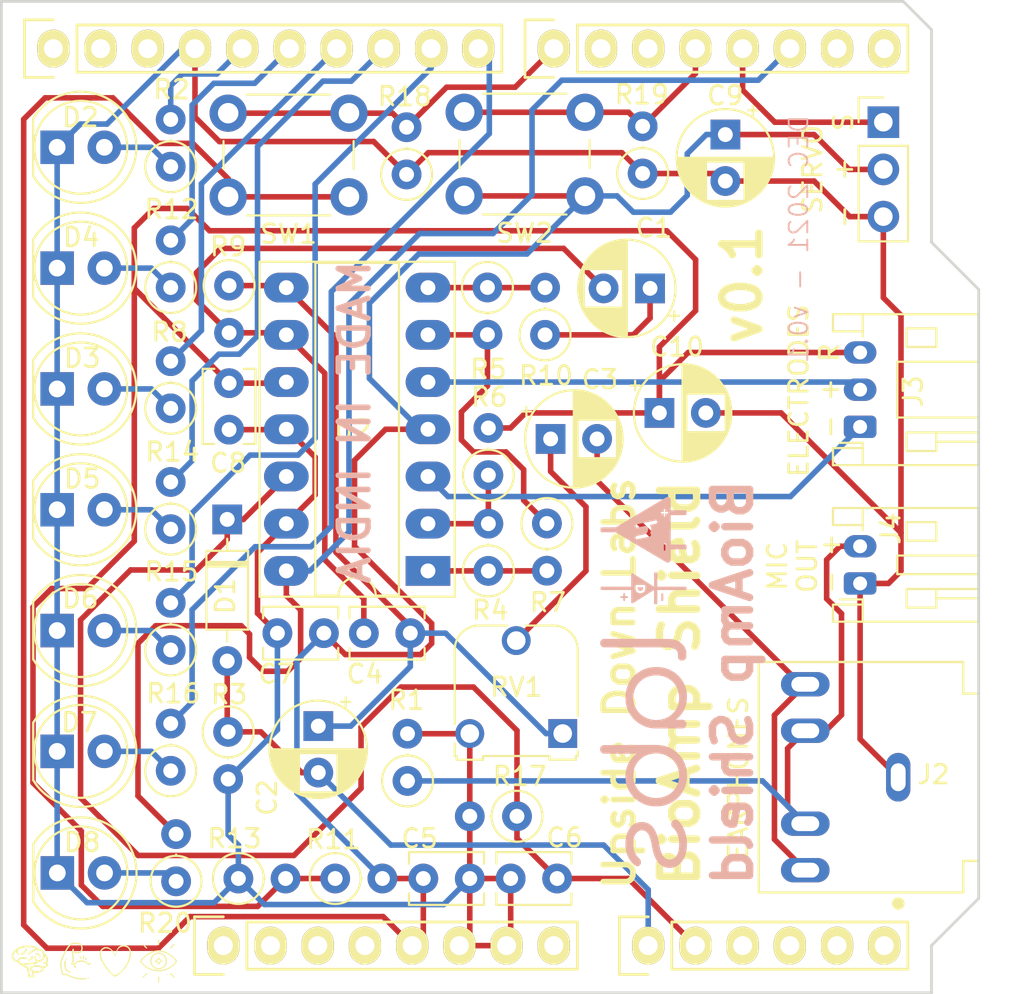
<source format=kicad_pcb>
(kicad_pcb (version 20171130) (host pcbnew 5.1.10-1.fc32)
  (title_block (date "lun. 30 mars 2015"))
  (layers (0 F.Cu signal) (31 B.Cu signal) (34 B.Paste user) (35 F.Paste user) (36 B.SilkS user) (37 F.SilkS user) (38 B.Mask user) (39 F.Mask user) (44 Edge.Cuts user))
  (net 0 "")
  (net 1 +5V)
  (net 2 GND)
  (net 3 "/A4(SDA)")
  (net 4 "/A5(SCL)")
  (net 5 "/9(**)")
  (net 6 /8)
  (net 7 /7)
  (net 8 /4)
  (net 9 "/13(SCK)")
  (net 10 "/10(**/SS)")
  (net 11 "/12(MISO)")
  (net 12 "/11(**/MOSI)")
  (net 13 "Net-(C1-Pad2)")
  (net 14 "Net-(C1-Pad1)")
  (net 15 analogOUT)
  (net 16 ampRef)
  (net 17 "Net-(D2-Pad2)")
  (net 18 "Net-(D3-Pad2)")
  (net 19 "Net-(D4-Pad2)")
  (net 20 "Net-(D5-Pad2)")
  (net 21 "Net-(D6-Pad2)")
  (net 22 "Net-(D7-Pad2)")
  (net 23 IN+)
  (net 24 IN-)
  (net 25 "Net-(R4-Pad2)")
  (net 26 "Net-(R4-Pad1)")
  (net 27 "Net-(R5-Pad2)")
  (net 28 inaOUT)
  (net 29 "Net-(C2-Pad1)")
  (net 30 micOUT)
  (net 31 audioOUT)
  (net 32 "Net-(C3-Pad1)")
  (net 33 envelopOUT)
  (net 34 "Net-(D8-Pad2)")
  (net 35 "/3(**)")
  (net 36 digitalOUT)
  (module udlabs:EXG (layer F.Cu) (at 131.998 125.715)
    (fp_text reference G*** hide)
    (fp_text value LOGO hide)
  )
  (module udlabs:UpsideDownLabs-LOGO-20x4 (layer B.Cu) (at 161.548 109.665 270)
    (fp_text reference G*** hide)
    (fp_text value LOGO hide)
  )
  (module Resistor_THT:R_Axial_DIN0207_L6.3mm_D2.5mm_P2.54mm_Vertical (layer F.Cu) (at 136.398 120.365 90)
    (fp_text reference R20 (at -2.25 -0.6 180) (layer F.SilkS))
    (fp_text value 1K)
    (pad 2 thru_hole oval (at 2.54 0 90) (size 1.6 1.6) (drill 0.8) (layers *.Cu *.Mask) (net 36 digitalOUT))
    (pad 1 thru_hole circle (at 0 0 90) (size 1.6 1.6) (drill 0.8) (layers *.Cu *.Mask) (net 34 "Net-(D8-Pad2)"))
  )
  (module LED_THT:LED_D5.0mm (layer F.Cu) (at 130.008 119.915)
    (fp_text reference D8 (at 1.34 -1.65) (layer F.SilkS))
    (fp_text value LED)
    (pad 2 thru_hole circle (at 2.54 0) (size 1.8 1.8) (drill 0.9) (layers *.Cu *.Mask) (net 34 "Net-(D8-Pad2)"))
    (pad 1 thru_hole rect (at 0 0) (size 1.8 1.8) (drill 0.9) (layers *.Cu *.Mask) (net 2 GND))
  )
  (module Resistor_THT:R_Axial_DIN0207_L6.3mm_D2.5mm_P2.54mm_Vertical (layer F.Cu) (at 154.738 116.865 180)
    (fp_text reference R17 (at -0.15 2.15) (layer F.SilkS))
    (fp_text value 1M)
    (pad 2 thru_hole oval (at 2.54 0 180) (size 1.6 1.6) (drill 0.8) (layers *.Cu *.Mask) (net 2 GND))
    (pad 1 thru_hole circle (at 0 0 180) (size 1.6 1.6) (drill 0.8) (layers *.Cu *.Mask) (net 33 envelopOUT))
  )
  (module Resistor_THT:R_Axial_DIN0207_L6.3mm_D2.5mm_P2.54mm_Vertical (layer F.Cu) (at 139.198 112.325 270)
    (fp_text reference R3 (at -2.01 -0.05 180) (layer F.SilkS))
    (fp_text value 100k)
    (pad 2 thru_hole oval (at 2.54 0 270) (size 1.6 1.6) (drill 0.8) (layers *.Cu *.Mask) (net 2 GND))
    (pad 1 thru_hole circle (at 0 0 270) (size 1.6 1.6) (drill 0.8) (layers *.Cu *.Mask) (net 15 analogOUT))
  )
  (module Diode_THT:D_DO-35_SOD27_P7.62mm_Horizontal (layer F.Cu) (at 139.148 100.895 270)
    (fp_text reference D1 (at 4.12 0.1 90) (layer F.SilkS))
    (fp_text value D)
    (pad 2 thru_hole oval (at 7.62 0 270) (size 1.6 1.6) (drill 0.8) (layers *.Cu *.Mask) (net 15 analogOUT))
    (pad 1 thru_hole rect (at 0 0 270) (size 1.6 1.6) (drill 0.8) (layers *.Cu *.Mask) (net 33 envelopOUT))
  )
  (module Capacitor_THT:CP_Radial_D5.0mm_P2.50mm (layer F.Cu) (at 162.398 95.165)
    (fp_text reference C10 (at 0.95 -3.55) (layer F.SilkS))
    (fp_text value CP)
    (pad 2 thru_hole circle (at 2.5 0) (size 1.6 1.6) (drill 0.8) (layers *.Cu *.Mask) (net 2 GND))
    (pad 1 thru_hole rect (at 0 0) (size 1.6 1.6) (drill 0.8) (layers *.Cu *.Mask) (net 16 ampRef))
  )
  (module Capacitor_THT:C_Disc_D3.8mm_W2.6mm_P2.50mm (layer F.Cu) (at 154.398 120.215)
    (fp_text reference C6 (at 2.9 -2.2) (layer F.SilkS))
    (fp_text value 47nF)
    (pad 2 thru_hole circle (at 2.5 0) (size 1.6 1.6) (drill 0.8) (layers *.Cu *.Mask) (net 33 envelopOUT))
    (pad 1 thru_hole circle (at 0 0) (size 1.6 1.6) (drill 0.8) (layers *.Cu *.Mask) (net 2 GND))
  )
  (module Capacitor_THT:CP_Radial_D5.0mm_P2.50mm (layer F.Cu) (at 156.548 96.565)
    (fp_text reference C3 (at 2.65 -3.2) (layer F.SilkS))
    (fp_text value CP)
    (pad 2 thru_hole circle (at 2.5 0) (size 1.6 1.6) (drill 0.8) (layers *.Cu *.Mask) (net 31 audioOUT))
    (pad 1 thru_hole rect (at 0 0) (size 1.6 1.6) (drill 0.8) (layers *.Cu *.Mask) (net 32 "Net-(C3-Pad1)"))
  )
  (module Resistor_THT:R_Axial_DIN0207_L6.3mm_D2.5mm_P2.54mm_Vertical (layer F.Cu) (at 161.498 82.285 90)
    (fp_text reference R19 (at 4.245 -0.05 180) (layer F.SilkS))
    (fp_text value 1M)
    (pad 1 thru_hole circle (at 0 0 90) (size 1.6 1.6) (drill 0.8) (layers *.Cu *.Mask) (net 2 GND))
    (pad 2 thru_hole oval (at 2.54 0 90) (size 1.6 1.6) (drill 0.8) (layers *.Cu *.Mask) (net 8 /4))
  )
  (module Resistor_THT:R_Axial_DIN0207_L6.3mm_D2.5mm_P2.54mm_Vertical (layer F.Cu) (at 148.798 82.335 90)
    (fp_text reference R18 (at 4.195 -0.1 180) (layer F.SilkS))
    (fp_text value 1M)
    (pad 2 thru_hole oval (at 2.54 0 90) (size 1.6 1.6) (drill 0.8) (layers *.Cu *.Mask) (net 7 /7))
    (pad 1 thru_hole circle (at 0 0 90) (size 1.6 1.6) (drill 0.8) (layers *.Cu *.Mask) (net 2 GND))
  )
  (module Resistor_THT:R_Axial_DIN0207_L6.3mm_D2.5mm_P2.54mm_Vertical (layer F.Cu) (at 136.108 114.42 90)
    (fp_text reference R16 (at 4.155 0.14 180) (layer F.SilkS))
    (fp_text value 1K)
    (pad 2 thru_hole oval (at 2.54 0 90) (size 1.6 1.6) (drill 0.8) (layers *.Cu *.Mask) (net 6 /8))
    (pad 1 thru_hole circle (at 0 0 90) (size 1.6 1.6) (drill 0.8) (layers *.Cu *.Mask) (net 22 "Net-(D7-Pad2)"))
  )
  (module Resistor_THT:R_Axial_DIN0207_L6.3mm_D2.5mm_P2.54mm_Vertical (layer F.Cu) (at 136.108 107.92 90)
    (fp_text reference R15 (at 4.205 0.04 180) (layer F.SilkS))
    (fp_text value 1K)
    (pad 2 thru_hole oval (at 2.54 0 90) (size 1.6 1.6) (drill 0.8) (layers *.Cu *.Mask) (net 5 "/9(**)"))
    (pad 1 thru_hole circle (at 0 0 90) (size 1.6 1.6) (drill 0.8) (layers *.Cu *.Mask) (net 21 "Net-(D6-Pad2)"))
  )
  (module Resistor_THT:R_Axial_DIN0207_L6.3mm_D2.5mm_P2.54mm_Vertical (layer F.Cu) (at 136.108 101.42 90)
    (fp_text reference R14 (at 4.155 0.09 180) (layer F.SilkS))
    (fp_text value 1K)
    (pad 2 thru_hole oval (at 2.54 0 90) (size 1.6 1.6) (drill 0.8) (layers *.Cu *.Mask) (net 10 "/10(**/SS)"))
    (pad 1 thru_hole circle (at 0 0 90) (size 1.6 1.6) (drill 0.8) (layers *.Cu *.Mask) (net 20 "Net-(D5-Pad2)"))
  )
  (module Resistor_THT:R_Axial_DIN0207_L6.3mm_D2.5mm_P2.54mm_Vertical (layer F.Cu) (at 139.748 120.215)
    (fp_text reference R13 (at -0.21 -2.15) (layer F.SilkS))
    (fp_text value 1K)
    (pad 2 thru_hole oval (at 2.54 0) (size 1.6 1.6) (drill 0.8) (layers *.Cu *.Mask) (net 16 ampRef))
    (pad 1 thru_hole circle (at 0 0) (size 1.6 1.6) (drill 0.8) (layers *.Cu *.Mask) (net 2 GND))
  )
  (module Resistor_THT:R_Axial_DIN0207_L6.3mm_D2.5mm_P2.54mm_Vertical (layer F.Cu) (at 136.108 88.42 90)
    (fp_text reference R12 (at 4.205 0.04 180) (layer F.SilkS))
    (fp_text value 1K)
    (pad 2 thru_hole oval (at 2.54 0 90) (size 1.6 1.6) (drill 0.8) (layers *.Cu *.Mask) (net 11 "/12(MISO)"))
    (pad 1 thru_hole circle (at 0 0 90) (size 1.6 1.6) (drill 0.8) (layers *.Cu *.Mask) (net 19 "Net-(D4-Pad2)"))
  )
  (module Resistor_THT:R_Axial_DIN0207_L6.3mm_D2.5mm_P2.54mm_Vertical (layer F.Cu) (at 144.958 120.215)
    (fp_text reference R11 (at -0.11 -2.1) (layer F.SilkS))
    (fp_text value 1K)
    (pad 2 thru_hole oval (at 2.54 0) (size 1.6 1.6) (drill 0.8) (layers *.Cu *.Mask) (net 1 +5V))
    (pad 1 thru_hole circle (at 0 0) (size 1.6 1.6) (drill 0.8) (layers *.Cu *.Mask) (net 16 ampRef))
  )
  (module Resistor_THT:R_Axial_DIN0207_L6.3mm_D2.5mm_P2.54mm_Vertical (layer F.Cu) (at 156.248 90.965 90)
    (fp_text reference R10 (at -2.2 0.05 180) (layer F.SilkS))
    (fp_text value 1K)
    (pad 2 thru_hole oval (at 2.54 0 90) (size 1.6 1.6) (drill 0.8) (layers *.Cu *.Mask) (net 28 inaOUT))
    (pad 1 thru_hole circle (at 0 0 90) (size 1.6 1.6) (drill 0.8) (layers *.Cu *.Mask) (net 14 "Net-(C1-Pad1)"))
  )
  (module Resistor_THT:R_Axial_DIN0207_L6.3mm_D2.5mm_P2.54mm_Vertical (layer F.Cu) (at 139.248 88.315 270)
    (fp_text reference R9 (at -2.1 0.05 180) (layer F.SilkS))
    (fp_text value 1M)
    (pad 2 thru_hole oval (at 2.54 0 270) (size 1.6 1.6) (drill 0.8) (layers *.Cu *.Mask) (net 13 "Net-(C1-Pad2)"))
    (pad 1 thru_hole circle (at 0 0 270) (size 1.6 1.6) (drill 0.8) (layers *.Cu *.Mask) (net 29 "Net-(C2-Pad1)"))
  )
  (module Resistor_THT:R_Axial_DIN0207_L6.3mm_D2.5mm_P2.54mm_Vertical (layer F.Cu) (at 136.108 94.92 90)
    (fp_text reference R8 (at 4.105 -0.06 180) (layer F.SilkS))
    (fp_text value 1K)
    (pad 2 thru_hole oval (at 2.54 0 90) (size 1.6 1.6) (drill 0.8) (layers *.Cu *.Mask) (net 12 "/11(**/MOSI)"))
    (pad 1 thru_hole circle (at 0 0 90) (size 1.6 1.6) (drill 0.8) (layers *.Cu *.Mask) (net 18 "Net-(D3-Pad2)"))
  )
  (module Resistor_THT:R_Axial_DIN0207_L6.3mm_D2.5mm_P2.54mm_Vertical (layer F.Cu) (at 156.348 101.115 270)
    (fp_text reference R7 (at 4.25 -0.05 180) (layer F.SilkS))
    (fp_text value 1K)
    (pad 2 thru_hole oval (at 2.54 0 270) (size 1.6 1.6) (drill 0.8) (layers *.Cu *.Mask) (net 26 "Net-(R4-Pad1)"))
    (pad 1 thru_hole circle (at 0 0 270) (size 1.6 1.6) (drill 0.8) (layers *.Cu *.Mask) (net 27 "Net-(R5-Pad2)"))
  )
  (module Resistor_THT:R_Axial_DIN0207_L6.3mm_D2.5mm_P2.54mm_Vertical (layer F.Cu) (at 153.198 98.515 90)
    (fp_text reference R6 (at 4.2 0.05 180) (layer F.SilkS))
    (fp_text value 10K)
    (pad 2 thru_hole oval (at 2.54 0 90) (size 1.6 1.6) (drill 0.8) (layers *.Cu *.Mask) (net 16 ampRef))
    (pad 1 thru_hole circle (at 0 0 90) (size 1.6 1.6) (drill 0.8) (layers *.Cu *.Mask) (net 25 "Net-(R4-Pad2)"))
  )
  (module Resistor_THT:R_Axial_DIN0207_L6.3mm_D2.5mm_P2.54mm_Vertical (layer F.Cu) (at 153.148 88.415 270)
    (fp_text reference R5 (at 4.4 -0.05 180) (layer F.SilkS))
    (fp_text value 10K)
    (pad 2 thru_hole oval (at 2.54 0 270) (size 1.6 1.6) (drill 0.8) (layers *.Cu *.Mask) (net 27 "Net-(R5-Pad2)"))
    (pad 1 thru_hole circle (at 0 0 270) (size 1.6 1.6) (drill 0.8) (layers *.Cu *.Mask) (net 28 inaOUT))
  )
  (module Resistor_THT:R_Axial_DIN0207_L6.3mm_D2.5mm_P2.54mm_Vertical (layer F.Cu) (at 153.198 103.665 90)
    (fp_text reference R4 (at -2.11 0.1 180) (layer F.SilkS))
    (fp_text value 1K)
    (pad 2 thru_hole oval (at 2.54 0 90) (size 1.6 1.6) (drill 0.8) (layers *.Cu *.Mask) (net 25 "Net-(R4-Pad2)"))
    (pad 1 thru_hole circle (at 0 0 90) (size 1.6 1.6) (drill 0.8) (layers *.Cu *.Mask) (net 26 "Net-(R4-Pad1)"))
  )
  (module Resistor_THT:R_Axial_DIN0207_L6.3mm_D2.5mm_P2.54mm_Vertical (layer F.Cu) (at 136.108 81.92 90)
    (fp_text reference R2 (at 4.155 0.04 180) (layer F.SilkS))
    (fp_text value 1K)
    (pad 2 thru_hole oval (at 2.54 0 90) (size 1.6 1.6) (drill 0.8) (layers *.Cu *.Mask) (net 9 "/13(SCK)"))
    (pad 1 thru_hole circle (at 0 0 90) (size 1.6 1.6) (drill 0.8) (layers *.Cu *.Mask) (net 17 "Net-(D2-Pad2)"))
  )
  (module Resistor_THT:R_Axial_DIN0207_L6.3mm_D2.5mm_P2.54mm_Vertical (layer F.Cu) (at 148.848 114.965 90)
    (fp_text reference R1 (at 4.35 -0.05 180) (layer F.SilkS))
    (fp_text value 10k)
    (pad 2 thru_hole oval (at 2.54 0 90) (size 1.6 1.6) (drill 0.8) (layers *.Cu *.Mask) (net 2 GND))
    (pad 1 thru_hole circle (at 0 0 90) (size 1.6 1.6) (drill 0.8) (layers *.Cu *.Mask) (net 30 micOUT))
  )
  (module udlabs:CUI_SJ1-3525N (layer F.Cu) (at 175.248 114.765 180)
    (fp_text reference J2 (at -1.9 0.15 180) (layer F.SilkS) (effects (font (size 1.000457 1.000457))))
    (fp_text value SJ1-3525N)
    (pad None np_thru_hole circle (at 0 5 180) (size 1.2 1.2) (drill 1.2) (layers *.Cu *.Mask))
    (pad None np_thru_hole circle (at -2.5 5 180) (size 1.2 1.2) (drill 1.2) (layers *.Cu *.Mask))
    (pad None np_thru_hole circle (at 5 0 180) (size 1.2 1.2) (drill 1.2) (layers *.Cu *.Mask))
    (pad None np_thru_hole circle (at 0 -5 180) (size 1.2 1.2) (drill 1.2) (layers *.Cu *.Mask))
    (pad None np_thru_hole circle (at -2.5 -5 180) (size 1.2 1.2) (drill 1.2) (layers *.Cu *.Mask))
    (pad 3 thru_hole oval (at 5 -5 180) (size 2.616 1.308) (drill oval 1.5 0.8) (layers *.Cu *.Mask) (net 31 audioOUT))
    (pad 11 thru_hole oval (at 5 -2.5 180) (size 2.616 1.308) (drill oval 1.5 0.8) (layers *.Cu *.Mask) (net 30 micOUT))
    (pad 10 thru_hole oval (at 5 2.5 180) (size 2.616 1.308) (drill oval 1.5 0.8) (layers *.Cu *.Mask) (net 30 micOUT))
    (pad 2 thru_hole oval (at 5 5 180) (size 2.616 1.308) (drill oval 1.5 0.8) (layers *.Cu *.Mask) (net 31 audioOUT))
    (pad 1 thru_hole oval (at 0 0 180) (size 1.308 2.616) (drill oval 0.8 1.5) (layers *.Cu *.Mask) (net 2 GND))
  )
  (module Capacitor_THT:C_Disc_D3.8mm_W2.6mm_P2.50mm (layer F.Cu) (at 148.998 107.015 180)
    (fp_text reference C4 (at 2.45 -2.2) (layer F.SilkS))
    (fp_text value 20nF)
    (pad 2 thru_hole circle (at 2.5 0 180) (size 1.6 1.6) (drill 0.8) (layers *.Cu *.Mask) (net 13 "Net-(C1-Pad2)"))
    (pad 1 thru_hole circle (at 0 0 180) (size 1.6 1.6) (drill 0.8) (layers *.Cu *.Mask) (net 29 "Net-(C2-Pad1)"))
  )
  (module Button_Switch_THT:SW_PUSH_6mm_H5mm (layer F.Cu) (at 158.398 83.49 180)
    (fp_text reference SW2 (at 3.25 -2) (layer F.SilkS))
    (fp_text value SW_Push)
    (pad 1 thru_hole circle (at 6.5 0 270) (size 2 2) (drill 1.1) (layers *.Cu *.Mask) (net 1 +5V))
    (pad 2 thru_hole circle (at 6.5 4.5 270) (size 2 2) (drill 1.1) (layers *.Cu *.Mask) (net 8 /4))
    (pad 1 thru_hole circle (at 0 0 270) (size 2 2) (drill 1.1) (layers *.Cu *.Mask) (net 1 +5V))
    (pad 2 thru_hole circle (at 0 4.5 270) (size 2 2) (drill 1.1) (layers *.Cu *.Mask) (net 8 /4))
  )
  (module Potentiometer_THT:Potentiometer_Runtron_RM-065_Vertical (layer F.Cu) (at 157.198 112.415 180)
    (fp_text reference RV1 (at 2.5 2.5) (layer F.SilkS))
    (fp_text value R_POT_Small)
    (pad 2 thru_hole circle (at 2.5 5 180) (size 1.55 1.55) (drill 1) (layers *.Cu *.Mask) (net 32 "Net-(C3-Pad1)"))
    (pad 1 thru_hole rect (at 0 0 180) (size 1.55 1.55) (drill 1) (layers *.Cu *.Mask) (net 29 "Net-(C2-Pad1)"))
    (pad 3 thru_hole circle (at 5 0 180) (size 1.55 1.55) (drill 1) (layers *.Cu *.Mask) (net 2 GND))
  )
  (module Connector_JST:JST_PH_S2B-PH-K_1x02_P2.00mm_Horizontal (layer F.Cu) (at 173.198 104.34 90)
    (fp_text reference J4 (at 2.95 1.65 90) (layer F.SilkS))
    (fp_text value Conn_01x02)
    (pad 2 thru_hole oval (at 2 0 90) (size 1.2 1.75) (drill 0.75) (layers *.Cu *.Mask) (net 30 micOUT))
    (pad 1 thru_hole roundrect (at 0 0 90) (size 1.2 1.75) (drill 0.75) (layers *.Cu *.Mask) (roundrect_rratio 0.2083325) (net 2 GND))
  )
  (module Capacitor_THT:CP_Radial_D5.0mm_P2.50mm (layer F.Cu) (at 165.948 80.19 270)
    (fp_text reference C9 (at -2.1 0 180) (layer F.SilkS))
    (fp_text value CP)
    (pad 2 thru_hole circle (at 2.5 0 270) (size 1.6 1.6) (drill 0.8) (layers *.Cu *.Mask) (net 2 GND))
    (pad 1 thru_hole rect (at 0 0 270) (size 1.6 1.6) (drill 0.8) (layers *.Cu *.Mask) (net 1 +5V))
  )
  (module Capacitor_THT:CP_Radial_D5.0mm_P2.50mm (layer F.Cu) (at 144.048 112.015 270)
    (fp_text reference C2 (at 3.85 2.75 90) (layer F.SilkS))
    (fp_text value CP)
    (pad 2 thru_hole circle (at 2.5 0 270) (size 1.6 1.6) (drill 0.8) (layers *.Cu *.Mask) (net 15 analogOUT))
    (pad 1 thru_hole rect (at 0 0 270) (size 1.6 1.6) (drill 0.8) (layers *.Cu *.Mask) (net 29 "Net-(C2-Pad1)"))
  )
  (module Capacitor_THT:CP_Radial_D5.0mm_P2.50mm (layer F.Cu) (at 161.898 88.465 180)
    (fp_text reference C1 (at -0.2 3.25) (layer F.SilkS))
    (fp_text value 47uF)
    (pad 2 thru_hole circle (at 2.5 0 180) (size 1.6 1.6) (drill 0.8) (layers *.Cu *.Mask) (net 13 "Net-(C1-Pad2)"))
    (pad 1 thru_hole rect (at 0 0 180) (size 1.6 1.6) (drill 0.8) (layers *.Cu *.Mask) (net 14 "Net-(C1-Pad1)"))
  )
  (module Capacitor_THT:C_Disc_D3.8mm_W2.6mm_P2.50mm (layer F.Cu) (at 139.248 93.565 270)
    (fp_text reference C8 (at 4.3 0.05 180) (layer F.SilkS))
    (fp_text value 220nF)
    (pad 2 thru_hole circle (at 2.5 0 270) (size 1.6 1.6) (drill 0.8) (layers *.Cu *.Mask) (net 2 GND))
    (pad 1 thru_hole circle (at 0 0 270) (size 1.6 1.6) (drill 0.8) (layers *.Cu *.Mask) (net 16 ampRef))
  )
  (module Capacitor_THT:C_Disc_D3.8mm_W2.6mm_P2.50mm (layer F.Cu) (at 144.348 107.015 180)
    (fp_text reference C7 (at 2.55 -2.2) (layer F.SilkS))
    (fp_text value 220nF)
    (pad 2 thru_hole circle (at 2.5 0 180) (size 1.6 1.6) (drill 0.8) (layers *.Cu *.Mask) (net 2 GND))
    (pad 1 thru_hole circle (at 0 0 180) (size 1.6 1.6) (drill 0.8) (layers *.Cu *.Mask) (net 1 +5V))
  )
  (module Capacitor_THT:C_Disc_D3.8mm_W2.6mm_P2.50mm (layer F.Cu) (at 152.198 120.215 180)
    (fp_text reference C5 (at 2.7 2.15) (layer F.SilkS))
    (fp_text value 100nF)
    (pad 2 thru_hole circle (at 2.5 0 180) (size 1.6 1.6) (drill 0.8) (layers *.Cu *.Mask) (net 1 +5V))
    (pad 1 thru_hole circle (at 0 0 180) (size 1.6 1.6) (drill 0.8) (layers *.Cu *.Mask) (net 2 GND))
  )
  (module Package_DIP:DIP-14_W7.62mm_Socket_LongPads (layer F.Cu) (at 149.948 103.665 180)
    (fp_text reference U2 (at 4.05 7.6) (layer F.SilkS))
    (fp_text value TL074)
    (pad 14 thru_hole oval (at 7.62 0 180) (size 2.4 1.6) (drill 0.8) (layers *.Cu *.Mask) (net 36 digitalOUT))
    (pad 7 thru_hole oval (at 0 15.24 180) (size 2.4 1.6) (drill 0.8) (layers *.Cu *.Mask) (net 28 inaOUT))
    (pad 13 thru_hole oval (at 7.62 2.54 180) (size 2.4 1.6) (drill 0.8) (layers *.Cu *.Mask) (net 2 GND))
    (pad 6 thru_hole oval (at 0 12.7 180) (size 2.4 1.6) (drill 0.8) (layers *.Cu *.Mask) (net 27 "Net-(R5-Pad2)"))
    (pad 12 thru_hole oval (at 7.62 5.08 180) (size 2.4 1.6) (drill 0.8) (layers *.Cu *.Mask) (net 33 envelopOUT))
    (pad 5 thru_hole oval (at 0 10.16 180) (size 2.4 1.6) (drill 0.8) (layers *.Cu *.Mask) (net 23 IN+))
    (pad 11 thru_hole oval (at 7.62 7.62 180) (size 2.4 1.6) (drill 0.8) (layers *.Cu *.Mask) (net 2 GND))
    (pad 4 thru_hole oval (at 0 7.62 180) (size 2.4 1.6) (drill 0.8) (layers *.Cu *.Mask) (net 1 +5V))
    (pad 10 thru_hole oval (at 7.62 10.16 180) (size 2.4 1.6) (drill 0.8) (layers *.Cu *.Mask) (net 16 ampRef))
    (pad 3 thru_hole oval (at 0 5.08 180) (size 2.4 1.6) (drill 0.8) (layers *.Cu *.Mask) (net 24 IN-))
    (pad 9 thru_hole oval (at 7.62 12.7 180) (size 2.4 1.6) (drill 0.8) (layers *.Cu *.Mask) (net 13 "Net-(C1-Pad2)"))
    (pad 2 thru_hole oval (at 0 2.54 180) (size 2.4 1.6) (drill 0.8) (layers *.Cu *.Mask) (net 25 "Net-(R4-Pad2)"))
    (pad 8 thru_hole oval (at 7.62 15.24 180) (size 2.4 1.6) (drill 0.8) (layers *.Cu *.Mask) (net 29 "Net-(C2-Pad1)"))
    (pad 1 thru_hole rect (at 0 0 180) (size 2.4 1.6) (drill 0.8) (layers *.Cu *.Mask) (net 26 "Net-(R4-Pad1)"))
  )
  (module Button_Switch_THT:SW_PUSH_6mm_H5mm (layer F.Cu) (at 145.698 83.54 180)
    (fp_text reference SW1 (at 3.25 -2) (layer F.SilkS))
    (fp_text value SW_Push)
    (pad 1 thru_hole circle (at 6.5 0 270) (size 2 2) (drill 1.1) (layers *.Cu *.Mask) (net 1 +5V))
    (pad 2 thru_hole circle (at 6.5 4.5 270) (size 2 2) (drill 1.1) (layers *.Cu *.Mask) (net 7 /7))
    (pad 1 thru_hole circle (at 0 0 270) (size 2 2) (drill 1.1) (layers *.Cu *.Mask) (net 1 +5V))
    (pad 2 thru_hole circle (at 0 4.5 270) (size 2 2) (drill 1.1) (layers *.Cu *.Mask) (net 7 /7))
  )
  (module Connector_JST:JST_PH_S3B-PH-K_1x03_P2.00mm_Horizontal (layer F.Cu) (at 173.198 95.915 90)
    (fp_text reference J3 (at 1.9 2.85 90) (layer F.SilkS))
    (fp_text value Conn_01x03)
    (pad 3 thru_hole oval (at 4 0 90) (size 1.2 1.75) (drill 0.75) (layers *.Cu *.Mask) (net 16 ampRef))
    (pad 2 thru_hole oval (at 2 0 90) (size 1.2 1.75) (drill 0.75) (layers *.Cu *.Mask) (net 23 IN+))
    (pad 1 thru_hole roundrect (at 0 0 90) (size 1.2 1.75) (drill 0.75) (layers *.Cu *.Mask) (roundrect_rratio 0.2083325) (net 24 IN-))
  )
  (module Connector_PinHeader_2.54mm:PinHeader_1x03_P2.54mm_Vertical (layer F.Cu) (at 174.448 79.525)
    (fp_text reference J1 hide)
    (fp_text value Conn_01x03)
    (pad 3 thru_hole oval (at 0 5.08) (size 1.7 1.7) (drill 1) (layers *.Cu *.Mask) (net 2 GND))
    (pad 2 thru_hole oval (at 0 2.54) (size 1.7 1.7) (drill 1) (layers *.Cu *.Mask) (net 1 +5V))
    (pad 1 thru_hole rect (at 0 0) (size 1.7 1.7) (drill 1) (layers *.Cu *.Mask) (net 35 "/3(**)"))
  )
  (module LED_THT:LED_D5.0mm (layer F.Cu) (at 129.998 113.375)
    (fp_text reference D7 (at 1.2 -1.56) (layer F.SilkS))
    (fp_text value LED)
    (pad 2 thru_hole circle (at 2.54 0) (size 1.8 1.8) (drill 0.9) (layers *.Cu *.Mask) (net 22 "Net-(D7-Pad2)"))
    (pad 1 thru_hole rect (at 0 0) (size 1.8 1.8) (drill 0.9) (layers *.Cu *.Mask) (net 2 GND))
  )
  (module LED_THT:LED_D5.0mm (layer F.Cu) (at 129.998 106.875)
    (fp_text reference D6 (at 1.25 -1.71) (layer F.SilkS))
    (fp_text value LED)
    (pad 2 thru_hole circle (at 2.54 0) (size 1.8 1.8) (drill 0.9) (layers *.Cu *.Mask) (net 21 "Net-(D6-Pad2)"))
    (pad 1 thru_hole rect (at 0 0) (size 1.8 1.8) (drill 0.9) (layers *.Cu *.Mask) (net 2 GND))
  )
  (module LED_THT:LED_D5.0mm (layer F.Cu) (at 129.998 100.375)
    (fp_text reference D5 (at 1.35 -1.66) (layer F.SilkS))
    (fp_text value LED)
    (pad 2 thru_hole circle (at 2.54 0) (size 1.8 1.8) (drill 0.9) (layers *.Cu *.Mask) (net 20 "Net-(D5-Pad2)"))
    (pad 1 thru_hole rect (at 0 0) (size 1.8 1.8) (drill 0.9) (layers *.Cu *.Mask) (net 2 GND))
  )
  (module LED_THT:LED_D5.0mm (layer F.Cu) (at 129.998 87.375)
    (fp_text reference D4 (at 1.3 -1.66) (layer F.SilkS))
    (fp_text value LED)
    (pad 2 thru_hole circle (at 2.54 0) (size 1.8 1.8) (drill 0.9) (layers *.Cu *.Mask) (net 19 "Net-(D4-Pad2)"))
    (pad 1 thru_hole rect (at 0 0) (size 1.8 1.8) (drill 0.9) (layers *.Cu *.Mask) (net 2 GND))
  )
  (module LED_THT:LED_D5.0mm (layer F.Cu) (at 129.998 93.875)
    (fp_text reference D3 (at 1.35 -1.66) (layer F.SilkS))
    (fp_text value LED)
    (pad 2 thru_hole circle (at 2.54 0) (size 1.8 1.8) (drill 0.9) (layers *.Cu *.Mask) (net 18 "Net-(D3-Pad2)"))
    (pad 1 thru_hole rect (at 0 0) (size 1.8 1.8) (drill 0.9) (layers *.Cu *.Mask) (net 2 GND))
  )
  (module LED_THT:LED_D5.0mm (layer F.Cu) (at 129.998 80.875)
    (fp_text reference D2 (at 1.25 -1.61) (layer F.SilkS))
    (fp_text value LED)
    (pad 2 thru_hole circle (at 2.54 0) (size 1.8 1.8) (drill 0.9) (layers *.Cu *.Mask) (net 17 "Net-(D2-Pad2)"))
    (pad 1 thru_hole rect (at 0 0) (size 1.8 1.8) (drill 0.9) (layers *.Cu *.Mask) (net 2 GND))
  )
  (module Socket_Arduino_Uno:Socket_Strip_Arduino_1x08 (layer F.Cu) (at 138.938 123.825)
    (fp_text reference P1 hide)
    (fp_text value Power)
    (pad 1 thru_hole oval (at 0 0) (size 1.7272 2.032) (drill 1.016) (layers *.Cu *.Mask F.SilkS))
    (pad 2 thru_hole oval (at 2.54 0) (size 1.7272 2.032) (drill 1.016) (layers *.Cu *.Mask F.SilkS))
    (pad 3 thru_hole oval (at 5.08 0) (size 1.7272 2.032) (drill 1.016) (layers *.Cu *.Mask F.SilkS))
    (pad 4 thru_hole oval (at 7.62 0) (size 1.7272 2.032) (drill 1.016) (layers *.Cu *.Mask F.SilkS))
    (pad 5 thru_hole oval (at 10.16 0) (size 1.7272 2.032) (drill 1.016) (layers *.Cu *.Mask F.SilkS) (net 1 +5V))
    (pad 6 thru_hole oval (at 12.7 0) (size 1.7272 2.032) (drill 1.016) (layers *.Cu *.Mask F.SilkS) (net 2 GND))
    (pad 7 thru_hole oval (at 15.24 0) (size 1.7272 2.032) (drill 1.016) (layers *.Cu *.Mask F.SilkS) (net 2 GND))
    (pad 8 thru_hole oval (at 17.78 0) (size 1.7272 2.032) (drill 1.016) (layers *.Cu *.Mask F.SilkS))
  )
  (module Socket_Arduino_Uno:Socket_Strip_Arduino_1x06 (layer F.Cu) (at 161.798 123.825)
    (fp_text reference P2 hide)
    (fp_text value Analog)
    (pad 1 thru_hole oval (at 0 0) (size 1.7272 2.032) (drill 1.016) (layers *.Cu *.Mask F.SilkS) (net 15 analogOUT))
    (pad 2 thru_hole oval (at 2.54 0) (size 1.7272 2.032) (drill 1.016) (layers *.Cu *.Mask F.SilkS) (net 33 envelopOUT))
    (pad 3 thru_hole oval (at 5.08 0) (size 1.7272 2.032) (drill 1.016) (layers *.Cu *.Mask F.SilkS))
    (pad 4 thru_hole oval (at 7.62 0) (size 1.7272 2.032) (drill 1.016) (layers *.Cu *.Mask F.SilkS))
    (pad 5 thru_hole oval (at 10.16 0) (size 1.7272 2.032) (drill 1.016) (layers *.Cu *.Mask F.SilkS) (net 3 "/A4(SDA)"))
    (pad 6 thru_hole oval (at 12.7 0) (size 1.7272 2.032) (drill 1.016) (layers *.Cu *.Mask F.SilkS) (net 4 "/A5(SCL)"))
  )
  (module Socket_Arduino_Uno:Socket_Strip_Arduino_1x10 (layer F.Cu) (at 129.794 75.565)
    (fp_text reference P3 hide)
    (fp_text value Digital)
    (pad 1 thru_hole oval (at 0 0) (size 1.7272 2.032) (drill 1.016) (layers *.Cu *.Mask F.SilkS) (net 4 "/A5(SCL)"))
    (pad 2 thru_hole oval (at 2.54 0) (size 1.7272 2.032) (drill 1.016) (layers *.Cu *.Mask F.SilkS) (net 3 "/A4(SDA)"))
    (pad 3 thru_hole oval (at 5.08 0) (size 1.7272 2.032) (drill 1.016) (layers *.Cu *.Mask F.SilkS))
    (pad 4 thru_hole oval (at 7.62 0) (size 1.7272 2.032) (drill 1.016) (layers *.Cu *.Mask F.SilkS) (net 2 GND))
    (pad 5 thru_hole oval (at 10.16 0) (size 1.7272 2.032) (drill 1.016) (layers *.Cu *.Mask F.SilkS) (net 9 "/13(SCK)"))
    (pad 6 thru_hole oval (at 12.7 0) (size 1.7272 2.032) (drill 1.016) (layers *.Cu *.Mask F.SilkS) (net 11 "/12(MISO)"))
    (pad 7 thru_hole oval (at 15.24 0) (size 1.7272 2.032) (drill 1.016) (layers *.Cu *.Mask F.SilkS) (net 12 "/11(**/MOSI)"))
    (pad 8 thru_hole oval (at 17.78 0) (size 1.7272 2.032) (drill 1.016) (layers *.Cu *.Mask F.SilkS) (net 10 "/10(**/SS)"))
    (pad 9 thru_hole oval (at 20.32 0) (size 1.7272 2.032) (drill 1.016) (layers *.Cu *.Mask F.SilkS) (net 5 "/9(**)"))
    (pad 10 thru_hole oval (at 22.86 0) (size 1.7272 2.032) (drill 1.016) (layers *.Cu *.Mask F.SilkS) (net 6 /8))
  )
  (module Socket_Arduino_Uno:Socket_Strip_Arduino_1x08 (layer F.Cu) (at 156.718 75.565)
    (fp_text reference P4 hide)
    (fp_text value Digital)
    (pad 1 thru_hole oval (at 0 0) (size 1.7272 2.032) (drill 1.016) (layers *.Cu *.Mask F.SilkS) (net 7 /7))
    (pad 2 thru_hole oval (at 2.54 0) (size 1.7272 2.032) (drill 1.016) (layers *.Cu *.Mask F.SilkS))
    (pad 3 thru_hole oval (at 5.08 0) (size 1.7272 2.032) (drill 1.016) (layers *.Cu *.Mask F.SilkS))
    (pad 4 thru_hole oval (at 7.62 0) (size 1.7272 2.032) (drill 1.016) (layers *.Cu *.Mask F.SilkS) (net 8 /4))
    (pad 5 thru_hole oval (at 10.16 0) (size 1.7272 2.032) (drill 1.016) (layers *.Cu *.Mask F.SilkS) (net 35 "/3(**)"))
    (pad 6 thru_hole oval (at 12.7 0) (size 1.7272 2.032) (drill 1.016) (layers *.Cu *.Mask F.SilkS) (net 36 digitalOUT))
    (pad 7 thru_hole oval (at 15.24 0) (size 1.7272 2.032) (drill 1.016) (layers *.Cu *.Mask F.SilkS))
    (pad 8 thru_hole oval (at 17.78 0) (size 1.7272 2.032) (drill 1.016) (layers *.Cu *.Mask F.SilkS))
  )
  (gr_text "DEC 2021 - v0.1" (at 169.898 85.815 90) (layer B.SilkS) (effects (font (size 1 1) (thickness 0.1)) (justify mirror)))
  (gr_text "MADE IN INDIA" (at 145.998 95.665 90) (layer B.SilkS) (effects (font (size 1.6 1.6) (thickness 0.3)) (justify mirror)))
  (gr_text "BioAmp Shield" (at 166.348 109.665176 90) (layer B.SilkS) (effects (font (size 2 2) (thickness 0.4)) (justify mirror)))
  (gr_text v0.1 (at 166.848 88.265 90) (layer F.SilkS) (effects (font (size 2 2) (thickness 0.4))))
  (gr_text "Upside Down Labs" (at 160.248 109.715 90) (layer F.SilkS) (effects (font (size 1.6 1.6) (thickness 0.3))))
  (gr_text "BioAmp Shield" (at 163.498 109.715 90) (layer F.SilkS) (effects (font (size 2 2) (thickness 0.4))))
  (gr_text - (at 172.298 84.605001 90) (layer F.SilkS) (effects (font (size 1 1))))
  (gr_text S (at 172.298 79.525001 90) (layer F.SilkS) (effects (font (size 1 1))))
  (gr_text + (at 172.298 82.065001 90) (layer F.SilkS) (effects (font (size 1 1))))
  (gr_text SERVO (at 170.648 82.065001 90) (layer F.SilkS) (effects (font (size 1 1))))
  (gr_text R (at 171.548 91.915 90) (layer F.SilkS) (effects (font (size 1 1))))
  (gr_text + (at 171.548 93.915001 90) (layer F.SilkS) (effects (font (size 1 1))))
  (gr_text - (at 171.548 95.915001 90) (layer F.SilkS) (effects (font (size 1 1))))
  (gr_text ELECTRODES (at 169.898 93.965 90) (layer F.SilkS) (effects (font (size 1 1))))
  (gr_text + (at 171.598 102.265001 90) (layer F.SilkS) (effects (font (size 1 1))))
  (gr_text - (at 171.598 104.265001 90) (layer F.SilkS) (effects (font (size 1 1))))
  (gr_text "MIC\nOUT" (at 169.548 103.415 90) (layer F.SilkS) (effects (font (size 1 1))))
  (gr_text EARPHONES (at 166.648 114.815 90) (layer F.SilkS) (effects (font (size 1 1))))
  (gr_line (start 126.998 126.365) (end 177.038 126.365) (layer Edge.Cuts) (width 0.15))
  (gr_line (start 126.998 73.025) (end 175.514 73.025) (layer Edge.Cuts) (width 0.15))
  (gr_line (start 177.038 74.549) (end 175.514 73.025) (angle 90) (layer Edge.Cuts) (width 0.15))
  (gr_line (start 177.038 85.979) (end 177.038 74.549) (angle 90) (layer Edge.Cuts) (width 0.15))
  (gr_line (start 179.578 88.519) (end 177.038 85.979) (angle 90) (layer Edge.Cuts) (width 0.15))
  (gr_line (start 179.578 121.285) (end 179.578 88.519) (angle 90) (layer Edge.Cuts) (width 0.15))
  (gr_line (start 177.038 123.825) (end 179.578 121.285) (angle 90) (layer Edge.Cuts) (width 0.15))
  (gr_line (start 177.038 126.365) (end 177.038 123.825) (angle 90) (layer Edge.Cuts) (width 0.15))
  (gr_line (start 126.998 73.025) (end 126.998 126.365) (angle 90) (layer Edge.Cuts) (width 0.15))
  (segment (start 150.148001 106.495003) (end 145.998 102.345002) (width 0.3) (layer F.Cu) (net 1))
  (segment (start 150.148001 107.567001) (end 150.148001 106.495003) (width 0.3) (layer F.Cu) (net 1))
  (segment (start 149.550001 108.165001) (end 150.148001 107.567001) (width 0.3) (layer F.Cu) (net 1))
  (segment (start 145.498001 108.165001) (end 149.550001 108.165001) (width 0.3) (layer F.Cu) (net 1))
  (segment (start 144.348 107.015) (end 145.498001 108.165001) (width 0.3) (layer F.Cu) (net 1))
  (segment (start 145.998 102.345002) (end 145.998 97.715) (width 0.3) (layer F.Cu) (net 1))
  (segment (start 147.668 96.045) (end 149.948 96.045) (width 0.3) (layer F.Cu) (net 1))
  (segment (start 145.998 97.715) (end 147.668 96.045) (width 0.3) (layer F.Cu) (net 1))
  (segment (start 139.198 83.54) (end 145.698 83.54) (width 0.3) (layer F.Cu) (net 1))
  (segment (start 151.898 83.49) (end 158.398 83.49) (width 0.3) (layer F.Cu) (net 1))
  (segment (start 165.948 80.19) (end 170.723 80.19) (width 0.3) (layer F.Cu) (net 1))
  (segment (start 172.598 82.065) (end 174.448 82.065) (width 0.3) (layer F.Cu) (net 1))
  (segment (start 170.723 80.19) (end 172.598 82.065) (width 0.3) (layer F.Cu) (net 1))
  (segment (start 147.498 120.215) (end 149.698 120.215) (width 0.3) (layer F.Cu) (net 1))
  (segment (start 149.698 123.225) (end 149.098 123.825) (width 0.3) (layer F.Cu) (net 1))
  (segment (start 149.698 120.215) (end 149.698 123.225) (width 0.3) (layer F.Cu) (net 1))
  (segment (start 158.398 83.49) (end 160.123 83.49) (width 0.3) (layer B.Cu) (net 1))
  (segment (start 160.123 83.49) (end 160.998 84.365) (width 0.3) (layer B.Cu) (net 1))
  (segment (start 160.998 84.365) (end 162.998 84.365) (width 0.3) (layer B.Cu) (net 1))
  (segment (start 162.998 84.365) (end 163.898 83.465) (width 0.3) (layer B.Cu) (net 1))
  (segment (start 163.898 83.465) (end 163.898 81.215) (width 0.3) (layer B.Cu) (net 1))
  (segment (start 164.923 80.19) (end 165.948 80.19) (width 0.3) (layer B.Cu) (net 1))
  (segment (start 163.898 81.215) (end 164.923 80.19) (width 0.3) (layer B.Cu) (net 1))
  (segment (start 149.948 96.045) (end 149.528 96.045) (width 0.3) (layer B.Cu) (net 1))
  (segment (start 149.528 96.045) (end 146.798 93.315) (width 0.3) (layer B.Cu) (net 1))
  (segment (start 146.798 93.315) (end 146.798 89.265) (width 0.3) (layer B.Cu) (net 1))
  (segment (start 146.798 89.265) (end 149.448 86.615) (width 0.3) (layer B.Cu) (net 1))
  (segment (start 155.273 86.615) (end 158.398 83.49) (width 0.3) (layer B.Cu) (net 1))
  (segment (start 149.448 86.615) (end 155.273 86.615) (width 0.3) (layer B.Cu) (net 1))
  (segment (start 142.897999 108.465001) (end 144.348 107.015) (width 0.3) (layer B.Cu) (net 1))
  (segment (start 142.897999 115.614999) (end 142.897999 108.465001) (width 0.3) (layer B.Cu) (net 1))
  (segment (start 147.498 120.215) (end 142.897999 115.614999) (width 0.3) (layer B.Cu) (net 1))
  (segment (start 129.348 78.215) (end 132.998 78.215) (width 0.3) (layer F.Cu) (net 1))
  (segment (start 132.998 78.215) (end 135.448 80.665) (width 0.3) (layer F.Cu) (net 1))
  (segment (start 135.448 80.665) (end 137.298 80.665) (width 0.3) (layer F.Cu) (net 1))
  (segment (start 139.198 82.565) (end 139.198 83.54) (width 0.3) (layer F.Cu) (net 1))
  (segment (start 137.298 80.665) (end 139.198 82.565) (width 0.3) (layer F.Cu) (net 1))
  (segment (start 149.098 123.825) (end 147.538 122.265) (width 0.3) (layer F.Cu) (net 1))
  (segment (start 147.538 122.265) (end 137.148 122.265) (width 0.3) (layer F.Cu) (net 1))
  (segment (start 137.148 122.265) (end 135.448 123.965) (width 0.3) (layer F.Cu) (net 1))
  (segment (start 135.448 123.965) (end 129.448 123.965) (width 0.3) (layer F.Cu) (net 1))
  (segment (start 128.19799 79.36501) (end 129.348 78.215) (width 0.3) (layer F.Cu) (net 1))
  (segment (start 128.19799 122.71499) (end 128.19799 79.36501) (width 0.3) (layer F.Cu) (net 1))
  (segment (start 129.448 123.965) (end 128.19799 122.71499) (width 0.3) (layer F.Cu) (net 1))
  (segment (start 129.998 119.905) (end 130.008 119.915) (width 0.3) (layer B.Cu) (net 2))
  (segment (start 129.998 80.875) (end 129.998 119.905) (width 0.3) (layer B.Cu) (net 2))
  (segment (start 142.308 96.065) (end 142.328 96.045) (width 0.3) (layer F.Cu) (net 2))
  (segment (start 139.248 96.065) (end 142.308 96.065) (width 0.3) (layer F.Cu) (net 2))
  (segment (start 140.77799 105.94499) (end 140.77799 102.67501) (width 0.3) (layer F.Cu) (net 2))
  (segment (start 140.77799 102.67501) (end 142.328 101.125) (width 0.3) (layer F.Cu) (net 2))
  (segment (start 141.848 107.015) (end 140.77799 105.94499) (width 0.3) (layer F.Cu) (net 2))
  (segment (start 165.543 82.285) (end 165.948 82.69) (width 0.3) (layer F.Cu) (net 2))
  (segment (start 161.498 82.285) (end 165.543 82.285) (width 0.3) (layer F.Cu) (net 2))
  (segment (start 165.948 82.69) (end 170.723 82.69) (width 0.3) (layer F.Cu) (net 2))
  (segment (start 172.638 84.605) (end 174.448 84.605) (width 0.3) (layer F.Cu) (net 2))
  (segment (start 170.723 82.69) (end 172.638 84.605) (width 0.3) (layer F.Cu) (net 2))
  (segment (start 152.198 120.215) (end 154.398 120.215) (width 0.3) (layer F.Cu) (net 2))
  (segment (start 151.638 123.825) (end 154.178 123.825) (width 0.3) (layer F.Cu) (net 2))
  (segment (start 152.198 123.265) (end 151.638 123.825) (width 0.3) (layer F.Cu) (net 2))
  (segment (start 152.198 120.215) (end 152.198 123.265) (width 0.3) (layer F.Cu) (net 2))
  (segment (start 154.398 123.605) (end 154.178 123.825) (width 0.3) (layer F.Cu) (net 2))
  (segment (start 154.398 120.215) (end 154.398 123.605) (width 0.3) (layer F.Cu) (net 2))
  (segment (start 152.198 112.415) (end 152.198 120.215) (width 0.3) (layer F.Cu) (net 2))
  (segment (start 152.188 112.425) (end 152.198 112.415) (width 0.3) (layer F.Cu) (net 2))
  (segment (start 148.848 112.425) (end 152.188 112.425) (width 0.3) (layer F.Cu) (net 2))
  (segment (start 141.848 112.215) (end 139.198 114.865) (width 0.3) (layer B.Cu) (net 2))
  (segment (start 141.848 107.015) (end 141.848 112.215) (width 0.3) (layer B.Cu) (net 2))
  (segment (start 140.698001 113.364999) (end 139.198 114.865) (width 0.3) (layer B.Cu) (net 2))
  (segment (start 139.198 114.865) (end 139.198 117.865) (width 0.3) (layer B.Cu) (net 2))
  (segment (start 139.748 118.415) (end 139.748 120.215) (width 0.3) (layer B.Cu) (net 2))
  (segment (start 139.198 117.865) (end 139.748 118.415) (width 0.3) (layer B.Cu) (net 2))
  (segment (start 142.328 96.045) (end 142.378 96.045) (width 0.3) (layer F.Cu) (net 2))
  (segment (start 143.87801 99.57499) (end 142.328 101.125) (width 0.3) (layer F.Cu) (net 2))
  (segment (start 143.87801 97.54501) (end 143.87801 99.57499) (width 0.3) (layer F.Cu) (net 2))
  (segment (start 142.378 96.045) (end 143.87801 97.54501) (width 0.3) (layer F.Cu) (net 2))
  (segment (start 173.198 112.715) (end 175.248 114.765) (width 0.3) (layer F.Cu) (net 2))
  (segment (start 173.198 104.34) (end 173.198 112.715) (width 0.3) (layer F.Cu) (net 2))
  (segment (start 131.248001 79.624999) (end 129.998 80.875) (width 0.3) (layer B.Cu) (net 2))
  (segment (start 132.682704 79.624999) (end 131.248001 79.624999) (width 0.3) (layer B.Cu) (net 2))
  (segment (start 136.742703 75.565) (end 132.682704 79.624999) (width 0.3) (layer B.Cu) (net 2))
  (segment (start 137.414 75.565) (end 136.742703 75.565) (width 0.3) (layer B.Cu) (net 2))
  (segment (start 138.447999 121.515001) (end 139.748 120.215) (width 0.3) (layer B.Cu) (net 2))
  (segment (start 131.608001 121.515001) (end 138.447999 121.515001) (width 0.3) (layer B.Cu) (net 2))
  (segment (start 130.008 119.915) (end 131.608001 121.515001) (width 0.3) (layer B.Cu) (net 2))
  (segment (start 175.398 103.665) (end 174.723 104.34) (width 0.3) (layer F.Cu) (net 2))
  (segment (start 175.398 101.615) (end 175.398 103.665) (width 0.3) (layer F.Cu) (net 2))
  (segment (start 174.723 104.34) (end 173.198 104.34) (width 0.3) (layer F.Cu) (net 2))
  (segment (start 168.948 95.165) (end 175.398 101.615) (width 0.3) (layer F.Cu) (net 2))
  (segment (start 164.898 95.165) (end 168.948 95.165) (width 0.3) (layer F.Cu) (net 2))
  (segment (start 174.448 84.605) (end 174.448 88.965) (width 0.3) (layer F.Cu) (net 2))
  (segment (start 175.398 89.915) (end 175.398 101.615) (width 0.3) (layer F.Cu) (net 2))
  (segment (start 174.448 88.965) (end 175.398 89.915) (width 0.3) (layer F.Cu) (net 2))
  (segment (start 139.748 120.215) (end 141.148 121.615) (width 0.3) (layer B.Cu) (net 2))
  (segment (start 150.798 121.615) (end 152.198 120.215) (width 0.3) (layer B.Cu) (net 2))
  (segment (start 141.148 121.615) (end 150.798 121.615) (width 0.3) (layer B.Cu) (net 2))
  (segment (start 148.798 82.335) (end 149.968 81.165) (width 0.3) (layer F.Cu) (net 2))
  (segment (start 160.378 81.165) (end 161.498 82.285) (width 0.3) (layer F.Cu) (net 2))
  (segment (start 149.968 81.165) (end 160.378 81.165) (width 0.3) (layer F.Cu) (net 2))
  (segment (start 137.414 79.254002) (end 138.724998 80.565) (width 0.3) (layer F.Cu) (net 2))
  (segment (start 137.414 75.565) (end 137.414 79.254002) (width 0.3) (layer F.Cu) (net 2))
  (segment (start 147.028 80.565) (end 148.798 82.335) (width 0.3) (layer F.Cu) (net 2))
  (segment (start 138.724998 80.565) (end 147.028 80.565) (width 0.3) (layer F.Cu) (net 2))
  (segment (start 137.258001 104.229999) (end 136.108 105.38) (width 0.3) (layer B.Cu) (net 5))
  (segment (start 137.258001 100.554997) (end 137.258001 104.229999) (width 0.3) (layer B.Cu) (net 5))
  (segment (start 143.87801 96.521349) (end 142.964369 97.43499) (width 0.3) (layer B.Cu) (net 5))
  (segment (start 143.87801 82.857992) (end 143.87801 96.521349) (width 0.3) (layer B.Cu) (net 5))
  (segment (start 142.964369 97.43499) (end 140.378008 97.43499) (width 0.3) (layer B.Cu) (net 5))
  (segment (start 150.114 76.622002) (end 143.87801 82.857992) (width 0.3) (layer B.Cu) (net 5))
  (segment (start 140.378008 97.43499) (end 137.258001 100.554997) (width 0.3) (layer B.Cu) (net 5))
  (segment (start 150.114 75.565) (end 150.114 76.622002) (width 0.3) (layer B.Cu) (net 5))
  (segment (start 140.648 102.365) (end 137.258001 105.754999) (width 0.3) (layer B.Cu) (net 6))
  (segment (start 144.748 101.265) (end 143.648 102.365) (width 0.3) (layer B.Cu) (net 6))
  (segment (start 144.748 88.641998) (end 144.748 101.265) (width 0.3) (layer B.Cu) (net 6))
  (segment (start 143.648 102.365) (end 140.648 102.365) (width 0.3) (layer B.Cu) (net 6))
  (segment (start 153.248001 80.141997) (end 144.748 88.641998) (width 0.3) (layer B.Cu) (net 6))
  (segment (start 137.258001 105.754999) (end 137.258001 110.729999) (width 0.3) (layer B.Cu) (net 6))
  (segment (start 153.248001 76.159001) (end 153.248001 80.141997) (width 0.3) (layer B.Cu) (net 6))
  (segment (start 137.258001 110.729999) (end 136.108 111.88) (width 0.3) (layer B.Cu) (net 6))
  (segment (start 152.654 75.565) (end 153.248001 76.159001) (width 0.3) (layer B.Cu) (net 6))
  (segment (start 139.198 79.04) (end 145.698 79.04) (width 0.3) (layer F.Cu) (net 7))
  (segment (start 148.043 79.04) (end 148.798 79.795) (width 0.3) (layer F.Cu) (net 7))
  (segment (start 145.698 79.04) (end 148.043 79.04) (width 0.3) (layer F.Cu) (net 7))
  (segment (start 154.643001 77.639999) (end 156.718 75.565) (width 0.3) (layer F.Cu) (net 7))
  (segment (start 150.953001 77.639999) (end 154.643001 77.639999) (width 0.3) (layer F.Cu) (net 7))
  (segment (start 148.798 79.795) (end 150.953001 77.639999) (width 0.3) (layer F.Cu) (net 7))
  (segment (start 151.898 78.99) (end 158.398 78.99) (width 0.3) (layer F.Cu) (net 8))
  (segment (start 160.743 78.99) (end 161.498 79.745) (width 0.3) (layer F.Cu) (net 8))
  (segment (start 158.398 78.99) (end 160.743 78.99) (width 0.3) (layer F.Cu) (net 8))
  (segment (start 164.338 76.905) (end 161.498 79.745) (width 0.3) (layer F.Cu) (net 8))
  (segment (start 164.338 75.565) (end 164.338 76.905) (width 0.3) (layer F.Cu) (net 8))
  (segment (start 139.954 75.565) (end 139.598 75.565) (width 0.3) (layer B.Cu) (net 9))
  (segment (start 138.58799 76.93101) (end 136.73199 76.93101) (width 0.3) (layer B.Cu) (net 9))
  (segment (start 139.954 75.565) (end 138.58799 76.93101) (width 0.3) (layer B.Cu) (net 9))
  (segment (start 136.108 77.555) (end 136.108 79.38) (width 0.3) (layer B.Cu) (net 9))
  (segment (start 136.73199 76.93101) (end 136.108 77.555) (width 0.3) (layer B.Cu) (net 9))
  (segment (start 140.77799 91.027012) (end 140.77799 80.83501) (width 0.3) (layer B.Cu) (net 10))
  (segment (start 139.800001 92.005001) (end 140.77799 91.027012) (width 0.3) (layer B.Cu) (net 10))
  (segment (start 138.695999 92.005001) (end 139.800001 92.005001) (width 0.3) (layer B.Cu) (net 10))
  (segment (start 137.258001 93.442999) (end 138.695999 92.005001) (width 0.3) (layer B.Cu) (net 10))
  (segment (start 137.258001 97.729999) (end 137.258001 93.442999) (width 0.3) (layer B.Cu) (net 10))
  (segment (start 136.108 98.88) (end 137.258001 97.729999) (width 0.3) (layer B.Cu) (net 10))
  (segment (start 140.77799 80.83501) (end 144.298 77.315) (width 0.3) (layer B.Cu) (net 10))
  (segment (start 145.824 77.315) (end 147.574 75.565) (width 0.3) (layer B.Cu) (net 10))
  (segment (start 144.298 77.315) (end 145.824 77.315) (width 0.3) (layer B.Cu) (net 10))
  (segment (start 140.62798 77.43102) (end 138.43198 77.43102) (width 0.3) (layer B.Cu) (net 11))
  (segment (start 142.494 75.565) (end 140.62798 77.43102) (width 0.3) (layer B.Cu) (net 11))
  (segment (start 137.258001 84.729999) (end 136.108 85.88) (width 0.3) (layer B.Cu) (net 11))
  (segment (start 137.258001 78.604999) (end 137.258001 84.729999) (width 0.3) (layer B.Cu) (net 11))
  (segment (start 138.43198 77.43102) (end 137.258001 78.604999) (width 0.3) (layer B.Cu) (net 11))
  (segment (start 137.758011 82.840989) (end 145.034 75.565) (width 0.3) (layer B.Cu) (net 12))
  (segment (start 137.758011 90.729989) (end 137.758011 82.840989) (width 0.3) (layer B.Cu) (net 12))
  (segment (start 136.108 92.38) (end 137.758011 90.729989) (width 0.3) (layer B.Cu) (net 12))
  (segment (start 142.218 90.855) (end 142.328 90.965) (width 0.3) (layer F.Cu) (net 13))
  (segment (start 139.248 90.855) (end 142.218 90.855) (width 0.3) (layer F.Cu) (net 13))
  (segment (start 146.498 107.015) (end 146.498 105.165) (width 0.3) (layer F.Cu) (net 13))
  (segment (start 146.498 105.165) (end 144.398 103.065) (width 0.3) (layer F.Cu) (net 13))
  (segment (start 144.398 93.035) (end 142.328 90.965) (width 0.3) (layer F.Cu) (net 13))
  (segment (start 144.398 103.065) (end 144.398 93.035) (width 0.3) (layer F.Cu) (net 13))
  (segment (start 159.398 88.465) (end 157.248 86.315) (width 0.3) (layer F.Cu) (net 13))
  (segment (start 157.248 86.315) (end 138.798 86.315) (width 0.3) (layer F.Cu) (net 13))
  (segment (start 138.798 86.315) (end 137.498 87.615) (width 0.3) (layer F.Cu) (net 13))
  (segment (start 137.498 89.105) (end 139.248 90.855) (width 0.3) (layer F.Cu) (net 13))
  (segment (start 137.498 87.615) (end 137.498 89.105) (width 0.3) (layer F.Cu) (net 13))
  (segment (start 161.898 88.465) (end 161.898 90.065) (width 0.3) (layer F.Cu) (net 14))
  (segment (start 160.998 90.965) (end 156.248 90.965) (width 0.3) (layer F.Cu) (net 14))
  (segment (start 161.898 90.065) (end 160.998 90.965) (width 0.3) (layer F.Cu) (net 14))
  (segment (start 139.148 112.275) (end 139.198 112.325) (width 0.3) (layer F.Cu) (net 15))
  (segment (start 139.148 108.515) (end 139.148 112.275) (width 0.3) (layer F.Cu) (net 15))
  (segment (start 139.198 112.325) (end 140.958 112.325) (width 0.3) (layer F.Cu) (net 15))
  (segment (start 143.148 114.515) (end 144.048 114.515) (width 0.3) (layer F.Cu) (net 15))
  (segment (start 140.958 112.325) (end 143.148 114.515) (width 0.3) (layer F.Cu) (net 15))
  (segment (start 144.048 114.515) (end 147.948 118.415) (width 0.3) (layer B.Cu) (net 15))
  (segment (start 147.948 118.415) (end 159.398 118.415) (width 0.3) (layer B.Cu) (net 15))
  (segment (start 161.798 120.815) (end 161.798 123.825) (width 0.3) (layer B.Cu) (net 15))
  (segment (start 159.398 118.415) (end 161.798 120.815) (width 0.3) (layer B.Cu) (net 15))
  (segment (start 142.268 93.565) (end 142.328 93.505) (width 0.3) (layer F.Cu) (net 16))
  (segment (start 139.248 93.565) (end 142.268 93.565) (width 0.3) (layer F.Cu) (net 16))
  (segment (start 142.288 120.215) (end 144.958 120.215) (width 0.3) (layer F.Cu) (net 16))
  (segment (start 153.198 95.975) (end 154.388 95.975) (width 0.3) (layer F.Cu) (net 16))
  (segment (start 155.198 95.165) (end 162.398 95.165) (width 0.3) (layer F.Cu) (net 16))
  (segment (start 154.388 95.975) (end 155.198 95.165) (width 0.3) (layer F.Cu) (net 16))
  (segment (start 162.398 95.165) (end 162.398 93.465) (width 0.3) (layer F.Cu) (net 16))
  (segment (start 163.948 91.915) (end 173.198 91.915) (width 0.3) (layer F.Cu) (net 16))
  (segment (start 162.398 93.465) (end 163.948 91.915) (width 0.3) (layer F.Cu) (net 16))
  (segment (start 162.398 95.165) (end 162.398 91.615) (width 0.3) (layer F.Cu) (net 16))
  (segment (start 162.398 91.615) (end 164.348 89.665) (width 0.3) (layer F.Cu) (net 16))
  (segment (start 164.348 89.665) (end 164.348 86.915) (width 0.3) (layer F.Cu) (net 16))
  (segment (start 164.348 86.915) (end 162.798 85.365) (width 0.3) (layer F.Cu) (net 16))
  (segment (start 162.798 85.365) (end 138.198 85.365) (width 0.3) (layer F.Cu) (net 16))
  (segment (start 138.198 85.365) (end 136.998 84.165) (width 0.3) (layer F.Cu) (net 16))
  (segment (start 136.998 84.165) (end 135.198 84.165) (width 0.3) (layer F.Cu) (net 16))
  (segment (start 135.198 84.165) (end 134.148 85.215) (width 0.3) (layer F.Cu) (net 16))
  (segment (start 134.148 88.465) (end 134.148 88.165) (width 0.3) (layer F.Cu) (net 16))
  (segment (start 139.248 93.565) (end 134.148 88.465) (width 0.3) (layer F.Cu) (net 16))
  (segment (start 134.148 85.215) (end 134.148 88.165) (width 0.3) (layer F.Cu) (net 16))
  (segment (start 140.788 121.715) (end 142.288 120.215) (width 0.3) (layer F.Cu) (net 16))
  (segment (start 131.297999 117.664999) (end 131.297999 120.565001) (width 0.3) (layer F.Cu) (net 16))
  (segment (start 128.698 115.065) (end 131.297999 117.664999) (width 0.3) (layer F.Cu) (net 16))
  (segment (start 128.698 105.615) (end 128.698 115.065) (width 0.3) (layer F.Cu) (net 16))
  (segment (start 129.698 104.615) (end 128.698 105.615) (width 0.3) (layer F.Cu) (net 16))
  (segment (start 131.598 104.615) (end 129.698 104.615) (width 0.3) (layer F.Cu) (net 16))
  (segment (start 132.447998 121.715) (end 140.788 121.715) (width 0.3) (layer F.Cu) (net 16))
  (segment (start 134.148 102.065) (end 131.598 104.615) (width 0.3) (layer F.Cu) (net 16))
  (segment (start 131.297999 120.565001) (end 132.447998 121.715) (width 0.3) (layer F.Cu) (net 16))
  (segment (start 134.148 88.465) (end 134.148 102.065) (width 0.3) (layer F.Cu) (net 16))
  (segment (start 135.063 80.875) (end 136.108 81.92) (width 0.3) (layer B.Cu) (net 17))
  (segment (start 132.538 80.875) (end 135.063 80.875) (width 0.3) (layer B.Cu) (net 17))
  (segment (start 135.063 93.875) (end 136.108 94.92) (width 0.3) (layer B.Cu) (net 18))
  (segment (start 132.538 93.875) (end 135.063 93.875) (width 0.3) (layer B.Cu) (net 18))
  (segment (start 135.063 87.375) (end 136.108 88.42) (width 0.3) (layer B.Cu) (net 19))
  (segment (start 132.538 87.375) (end 135.063 87.375) (width 0.3) (layer B.Cu) (net 19))
  (segment (start 135.063 100.375) (end 136.108 101.42) (width 0.3) (layer B.Cu) (net 20))
  (segment (start 132.538 100.375) (end 135.063 100.375) (width 0.3) (layer B.Cu) (net 20))
  (segment (start 135.063 106.875) (end 136.108 107.92) (width 0.3) (layer B.Cu) (net 21))
  (segment (start 132.538 106.875) (end 135.063 106.875) (width 0.3) (layer B.Cu) (net 21))
  (segment (start 135.063 113.375) (end 136.108 114.42) (width 0.3) (layer B.Cu) (net 22))
  (segment (start 132.538 113.375) (end 135.063 113.375) (width 0.3) (layer B.Cu) (net 22))
  (segment (start 172.788 93.505) (end 173.198 93.915) (width 0.3) (layer B.Cu) (net 23))
  (segment (start 149.948 93.505) (end 172.788 93.505) (width 0.3) (layer B.Cu) (net 23))
  (segment (start 169.447999 99.665001) (end 173.198 95.915) (width 0.3) (layer B.Cu) (net 24))
  (segment (start 151.028001 99.665001) (end 169.447999 99.665001) (width 0.3) (layer B.Cu) (net 24))
  (segment (start 149.948 98.585) (end 151.028001 99.665001) (width 0.3) (layer B.Cu) (net 24))
  (segment (start 149.948 101.125) (end 153.198 101.125) (width 0.3) (layer F.Cu) (net 25))
  (segment (start 153.198 98.515) (end 153.198 101.125) (width 0.3) (layer F.Cu) (net 25))
  (segment (start 156.338 103.665) (end 156.348 103.655) (width 0.3) (layer F.Cu) (net 26))
  (segment (start 149.948 103.665) (end 156.338 103.665) (width 0.3) (layer F.Cu) (net 26))
  (segment (start 153.138 90.965) (end 153.148 90.955) (width 0.3) (layer F.Cu) (net 27))
  (segment (start 149.948 90.965) (end 153.138 90.965) (width 0.3) (layer F.Cu) (net 27))
  (segment (start 153.148 90.955) (end 153.148 93.715) (width 0.3) (layer F.Cu) (net 27))
  (segment (start 153.148 93.715) (end 151.748 95.115) (width 0.3) (layer F.Cu) (net 27))
  (segment (start 151.748 95.115) (end 151.748 96.615) (width 0.3) (layer F.Cu) (net 27))
  (segment (start 151.748 96.615) (end 152.398 97.265) (width 0.3) (layer F.Cu) (net 27))
  (segment (start 152.398 97.265) (end 154.148 97.265) (width 0.3) (layer F.Cu) (net 27))
  (segment (start 154.148 97.265) (end 155.098 98.215) (width 0.3) (layer F.Cu) (net 27))
  (segment (start 155.098 99.865) (end 156.348 101.115) (width 0.3) (layer F.Cu) (net 27))
  (segment (start 155.098 98.215) (end 155.098 99.865) (width 0.3) (layer F.Cu) (net 27))
  (segment (start 149.948 88.425) (end 156.248 88.425) (width 0.3) (layer F.Cu) (net 28))
  (segment (start 142.218 88.315) (end 142.328 88.425) (width 0.3) (layer F.Cu) (net 29))
  (segment (start 139.248 88.315) (end 142.218 88.315) (width 0.3) (layer F.Cu) (net 29))
  (segment (start 148.998 107.015) (end 148.998 106.665) (width 0.3) (layer F.Cu) (net 29))
  (segment (start 148.998 106.665) (end 144.998 102.665) (width 0.3) (layer F.Cu) (net 29))
  (segment (start 144.998 91.095) (end 142.328 88.425) (width 0.3) (layer F.Cu) (net 29))
  (segment (start 144.998 102.665) (end 144.998 91.095) (width 0.3) (layer F.Cu) (net 29))
  (segment (start 148.998 107.015) (end 150.898 107.015) (width 0.3) (layer B.Cu) (net 29))
  (segment (start 156.298 112.415) (end 157.198 112.415) (width 0.3) (layer B.Cu) (net 29))
  (segment (start 150.898 107.015) (end 156.298 112.415) (width 0.3) (layer B.Cu) (net 29))
  (segment (start 144.048 112.015) (end 145.798 112.015) (width 0.3) (layer B.Cu) (net 29))
  (segment (start 148.998 108.815) (end 148.998 107.015) (width 0.3) (layer B.Cu) (net 29))
  (segment (start 145.798 112.015) (end 148.998 108.815) (width 0.3) (layer B.Cu) (net 29))
  (segment (start 169.297999 116.314999) (end 170.248 117.265) (width 0.3) (layer F.Cu) (net 30))
  (segment (start 169.297999 113.215001) (end 169.297999 116.314999) (width 0.3) (layer F.Cu) (net 30))
  (segment (start 170.248 112.265) (end 169.297999 113.215001) (width 0.3) (layer F.Cu) (net 30))
  (segment (start 170.248 112.265) (end 171.348 112.265) (width 0.3) (layer F.Cu) (net 30))
  (segment (start 171.348 112.265) (end 172.198 111.415) (width 0.3) (layer F.Cu) (net 30))
  (segment (start 172.198 111.415) (end 172.198 105.965) (width 0.3) (layer F.Cu) (net 30))
  (segment (start 172.198 105.965) (end 171.398 105.165) (width 0.3) (layer F.Cu) (net 30))
  (segment (start 171.398 105.165) (end 171.398 103.065) (width 0.3) (layer F.Cu) (net 30))
  (segment (start 172.123 102.34) (end 173.198 102.34) (width 0.3) (layer F.Cu) (net 30))
  (segment (start 171.398 103.065) (end 172.123 102.34) (width 0.3) (layer F.Cu) (net 30))
  (segment (start 167.948 114.965) (end 170.248 117.265) (width 0.3) (layer B.Cu) (net 30))
  (segment (start 148.848 114.965) (end 167.948 114.965) (width 0.3) (layer B.Cu) (net 30))
  (segment (start 159.048 96.565) (end 159.048 98.815) (width 0.3) (layer F.Cu) (net 31))
  (segment (start 169.998 109.765) (end 170.248 109.765) (width 0.3) (layer F.Cu) (net 31))
  (segment (start 159.048 98.815) (end 169.998 109.765) (width 0.3) (layer F.Cu) (net 31))
  (segment (start 168.58999 118.10699) (end 170.248 119.765) (width 0.3) (layer F.Cu) (net 31))
  (segment (start 168.58999 111.42301) (end 168.58999 118.10699) (width 0.3) (layer F.Cu) (net 31))
  (segment (start 170.248 109.765) (end 168.58999 111.42301) (width 0.3) (layer F.Cu) (net 31))
  (segment (start 156.548 96.565) (end 156.548 98.315) (width 0.3) (layer F.Cu) (net 32))
  (segment (start 156.548 98.315) (end 158.448 100.215) (width 0.3) (layer F.Cu) (net 32))
  (segment (start 158.448 103.665) (end 154.698 107.415) (width 0.3) (layer F.Cu) (net 32))
  (segment (start 158.448 100.215) (end 158.448 103.665) (width 0.3) (layer F.Cu) (net 32))
  (segment (start 140.018 100.895) (end 142.328 98.585) (width 0.3) (layer F.Cu) (net 33))
  (segment (start 139.148 100.895) (end 140.018 100.895) (width 0.3) (layer F.Cu) (net 33))
  (segment (start 160.728 120.215) (end 164.338 123.825) (width 0.3) (layer F.Cu) (net 33))
  (segment (start 156.898 120.215) (end 160.728 120.215) (width 0.3) (layer F.Cu) (net 33))
  (segment (start 154.738 118.055) (end 156.898 120.215) (width 0.3) (layer F.Cu) (net 33))
  (segment (start 154.738 116.865) (end 154.738 118.055) (width 0.3) (layer F.Cu) (net 33))
  (segment (start 139.148 100.895) (end 139.148 101.965) (width 0.3) (layer F.Cu) (net 33))
  (segment (start 139.148 101.965) (end 137.498 103.615) (width 0.3) (layer F.Cu) (net 33))
  (segment (start 133.947998 103.615) (end 131.258001 106.304997) (width 0.3) (layer F.Cu) (net 33))
  (segment (start 137.498 103.615) (end 133.947998 103.615) (width 0.3) (layer F.Cu) (net 33))
  (segment (start 146.347999 112.065001) (end 148.498 109.915) (width 0.3) (layer F.Cu) (net 33))
  (segment (start 148.498 109.915) (end 152.398 109.915) (width 0.3) (layer F.Cu) (net 33))
  (segment (start 154.738 112.255) (end 154.738 116.865) (width 0.3) (layer F.Cu) (net 33))
  (segment (start 152.398 109.915) (end 154.738 112.255) (width 0.3) (layer F.Cu) (net 33))
  (segment (start 131.258001 106.304997) (end 131.258001 115.875001) (width 0.3) (layer F.Cu) (net 33))
  (segment (start 134.358001 118.975001) (end 142.737999 118.975001) (width 0.3) (layer F.Cu) (net 33))
  (segment (start 131.258001 115.875001) (end 134.358001 118.975001) (width 0.3) (layer F.Cu) (net 33))
  (segment (start 146.347999 115.365001) (end 146.347999 112.065001) (width 0.3) (layer F.Cu) (net 33))
  (segment (start 142.737999 118.975001) (end 146.347999 115.365001) (width 0.3) (layer F.Cu) (net 33))
  (segment (start 135.948 119.915) (end 136.398 120.365) (width 0.3) (layer B.Cu) (net 34))
  (segment (start 132.548 119.915) (end 135.948 119.915) (width 0.3) (layer B.Cu) (net 34))
  (segment (start 166.878 75.565) (end 166.878 77.795) (width 0.3) (layer F.Cu) (net 35))
  (segment (start 168.608 79.525) (end 174.448 79.525) (width 0.3) (layer F.Cu) (net 35))
  (segment (start 166.878 77.795) (end 168.608 79.525) (width 0.3) (layer F.Cu) (net 35))
  (segment (start 142.328 103.665) (end 142.328 104.995) (width 0.3) (layer F.Cu) (net 36))
  (segment (start 142.328 104.995) (end 143.098 105.765) (width 0.3) (layer F.Cu) (net 36))
  (segment (start 143.098 105.765) (end 143.098 108.365) (width 0.3) (layer F.Cu) (net 36))
  (segment (start 143.098 108.365) (end 142.398 109.065) (width 0.3) (layer F.Cu) (net 36))
  (segment (start 142.398 109.065) (end 141.098 109.065) (width 0.3) (layer F.Cu) (net 36))
  (segment (start 141.098 109.065) (end 140.348 108.315) (width 0.3) (layer F.Cu) (net 36))
  (segment (start 140.348 108.315) (end 140.348 107.065) (width 0.3) (layer F.Cu) (net 36))
  (segment (start 140.348 107.065) (end 139.898 106.615) (width 0.3) (layer F.Cu) (net 36))
  (segment (start 139.898 106.615) (end 135.298 106.615) (width 0.3) (layer F.Cu) (net 36))
  (segment (start 135.298 106.615) (end 134.348 107.565) (width 0.3) (layer F.Cu) (net 36))
  (segment (start 134.348 115.775) (end 136.398 117.825) (width 0.3) (layer F.Cu) (net 36))
  (segment (start 134.348 107.565) (end 134.348 115.775) (width 0.3) (layer F.Cu) (net 36))
  (segment (start 142.328 103.665) (end 143.598 103.665) (width 0.3) (layer B.Cu) (net 36))
  (segment (start 143.598 103.665) (end 145.698 101.565) (width 0.3) (layer B.Cu) (net 36))
  (segment (start 145.698 101.565) (end 145.698 89.315) (width 0.3) (layer B.Cu) (net 36))
  (segment (start 145.698 89.315) (end 149.498 85.515) (width 0.3) (layer B.Cu) (net 36))
  (segment (start 149.498 85.515) (end 153.448 85.515) (width 0.3) (layer B.Cu) (net 36))
  (segment (start 153.448 85.515) (end 155.548 83.415) (width 0.3) (layer B.Cu) (net 36))
  (segment (start 155.548 83.415) (end 155.548 78.865) (width 0.3) (layer B.Cu) (net 36))
  (segment (start 155.548 78.865) (end 157.148 77.265) (width 0.3) (layer B.Cu) (net 36))
  (segment (start 167.718 77.265) (end 169.418 75.565) (width 0.3) (layer B.Cu) (net 36))
  (segment (start 157.148 77.265) (end 167.718 77.265) (width 0.3) (layer B.Cu) (net 36))
)
</source>
